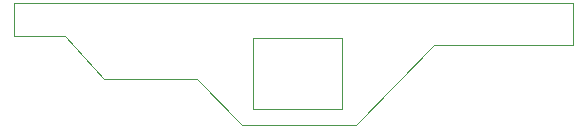
<source format=gbr>
%TF.GenerationSoftware,KiCad,Pcbnew,5.1.9+dfsg1-1*%
%TF.CreationDate,2022-02-19T14:54:12+00:00*%
%TF.ProjectId,arduboy_flex_fx,61726475-626f-4795-9f66-6c65785f6678,rev?*%
%TF.SameCoordinates,Original*%
%TF.FileFunction,Profile,NP*%
%FSLAX46Y46*%
G04 Gerber Fmt 4.6, Leading zero omitted, Abs format (unit mm)*
G04 Created by KiCad (PCBNEW 5.1.9+dfsg1-1) date 2022-02-19 14:54:12*
%MOMM*%
%LPD*%
G01*
G04 APERTURE LIST*
%TA.AperFunction,Profile*%
%ADD10C,0.050000*%
%TD*%
G04 APERTURE END LIST*
D10*
X130230880Y-82016600D02*
X177566320Y-82016600D01*
X165750240Y-85562440D02*
X177566320Y-85562440D01*
X177566320Y-82016600D02*
X177566320Y-85567520D01*
X134487920Y-84759800D02*
X137866120Y-88422480D01*
X159151320Y-92303600D02*
X149555200Y-92303600D01*
X145658840Y-88422480D02*
X137866120Y-88422480D01*
X149550120Y-92293440D02*
X145658840Y-88422480D01*
X165750240Y-85562440D02*
X159151320Y-92303600D01*
X134487920Y-84759800D02*
X130235960Y-84759800D01*
X130230880Y-82016600D02*
X130230880Y-84759800D01*
X150469600Y-90972640D02*
X157982920Y-90972640D01*
X150454360Y-84942680D02*
X150454360Y-90972640D01*
X157977840Y-84942680D02*
X157977840Y-90972640D01*
X150464520Y-84942680D02*
X157977840Y-84942680D01*
M02*

</source>
